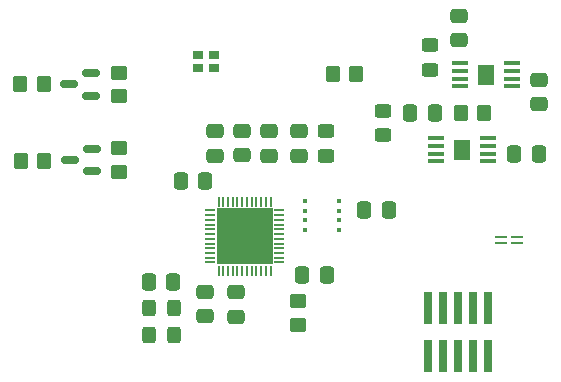
<source format=gbr>
%TF.GenerationSoftware,KiCad,Pcbnew,7.0.1*%
%TF.CreationDate,2023-11-14T13:07:04+01:00*%
%TF.ProjectId,Driver_detector,44726976-6572-45f6-9465-746563746f72,rev?*%
%TF.SameCoordinates,Original*%
%TF.FileFunction,Paste,Top*%
%TF.FilePolarity,Positive*%
%FSLAX46Y46*%
G04 Gerber Fmt 4.6, Leading zero omitted, Abs format (unit mm)*
G04 Created by KiCad (PCBNEW 7.0.1) date 2023-11-14 13:07:04*
%MOMM*%
%LPD*%
G01*
G04 APERTURE LIST*
G04 Aperture macros list*
%AMRoundRect*
0 Rectangle with rounded corners*
0 $1 Rounding radius*
0 $2 $3 $4 $5 $6 $7 $8 $9 X,Y pos of 4 corners*
0 Add a 4 corners polygon primitive as box body*
4,1,4,$2,$3,$4,$5,$6,$7,$8,$9,$2,$3,0*
0 Add four circle primitives for the rounded corners*
1,1,$1+$1,$2,$3*
1,1,$1+$1,$4,$5*
1,1,$1+$1,$6,$7*
1,1,$1+$1,$8,$9*
0 Add four rect primitives between the rounded corners*
20,1,$1+$1,$2,$3,$4,$5,0*
20,1,$1+$1,$4,$5,$6,$7,0*
20,1,$1+$1,$6,$7,$8,$9,0*
20,1,$1+$1,$8,$9,$2,$3,0*%
G04 Aperture macros list end*
%ADD10RoundRect,0.250000X0.337500X0.475000X-0.337500X0.475000X-0.337500X-0.475000X0.337500X-0.475000X0*%
%ADD11RoundRect,0.250000X0.350000X0.450000X-0.350000X0.450000X-0.350000X-0.450000X0.350000X-0.450000X0*%
%ADD12R,0.450000X0.400000*%
%ADD13RoundRect,0.250000X0.450000X-0.325000X0.450000X0.325000X-0.450000X0.325000X-0.450000X-0.325000X0*%
%ADD14RoundRect,0.250000X0.475000X-0.337500X0.475000X0.337500X-0.475000X0.337500X-0.475000X-0.337500X0*%
%ADD15RoundRect,0.250000X-0.475000X0.337500X-0.475000X-0.337500X0.475000X-0.337500X0.475000X0.337500X0*%
%ADD16RoundRect,0.250000X-0.337500X-0.475000X0.337500X-0.475000X0.337500X0.475000X-0.337500X0.475000X0*%
%ADD17RoundRect,0.250000X-0.350000X-0.450000X0.350000X-0.450000X0.350000X0.450000X-0.350000X0.450000X0*%
%ADD18R,1.400000X0.450000*%
%ADD19R,1.450000X1.750000*%
%ADD20RoundRect,0.250000X-0.325000X-0.450000X0.325000X-0.450000X0.325000X0.450000X-0.325000X0.450000X0*%
%ADD21R,0.900000X0.800000*%
%ADD22RoundRect,0.150000X0.587500X0.150000X-0.587500X0.150000X-0.587500X-0.150000X0.587500X-0.150000X0*%
%ADD23RoundRect,0.250000X0.450000X-0.350000X0.450000X0.350000X-0.450000X0.350000X-0.450000X-0.350000X0*%
%ADD24R,1.050000X0.250000*%
%ADD25RoundRect,0.250000X0.325000X0.450000X-0.325000X0.450000X-0.325000X-0.450000X0.325000X-0.450000X0*%
%ADD26R,0.200000X0.850000*%
%ADD27R,0.850000X0.200000*%
%ADD28R,4.700000X4.700000*%
%ADD29RoundRect,0.250000X-0.450000X0.325000X-0.450000X-0.325000X0.450000X-0.325000X0.450000X0.325000X0*%
%ADD30R,0.740000X2.790000*%
G04 APERTURE END LIST*
D10*
%TO.C,C5*%
X220262500Y-78550000D03*
X218187500Y-78550000D03*
%TD*%
D11*
%TO.C,R1*%
X235775000Y-60950000D03*
X233775000Y-60950000D03*
%TD*%
D12*
%TO.C,U1*%
X231471500Y-71698000D03*
X231471500Y-72498000D03*
X231471500Y-73298000D03*
X231471500Y-74098000D03*
X234321500Y-74098000D03*
X234321500Y-73298000D03*
X234321500Y-72498000D03*
X234321500Y-71698000D03*
%TD*%
D13*
%TO.C,L3*%
X233172000Y-67836000D03*
X233172000Y-65786000D03*
%TD*%
D14*
%TO.C,C10*%
X223774000Y-67839500D03*
X223774000Y-65764500D03*
%TD*%
D15*
%TO.C,C3*%
X222925000Y-79362500D03*
X222925000Y-81437500D03*
%TD*%
D16*
%TO.C,C18*%
X249162500Y-67675000D03*
X251237500Y-67675000D03*
%TD*%
D15*
%TO.C,C12*%
X228346000Y-65786000D03*
X228346000Y-67861000D03*
%TD*%
D17*
%TO.C,R8*%
X244600000Y-64200000D03*
X246600000Y-64200000D03*
%TD*%
D18*
%TO.C,IC4*%
X242488000Y-66376000D03*
X242488000Y-67026000D03*
X242488000Y-67676000D03*
X242488000Y-68326000D03*
X246888000Y-68326000D03*
X246888000Y-67676000D03*
X246888000Y-67026000D03*
X246888000Y-66376000D03*
D19*
X244688000Y-67351000D03*
%TD*%
D14*
%TO.C,C9*%
X230886000Y-67861000D03*
X230886000Y-65786000D03*
%TD*%
D20*
%TO.C,L2*%
X218250000Y-83000000D03*
X220300000Y-83000000D03*
%TD*%
D17*
%TO.C,R6*%
X207337500Y-61775000D03*
X209337500Y-61775000D03*
%TD*%
D21*
%TO.C,Y1*%
X223750000Y-59300000D03*
X222350000Y-59300000D03*
X222350000Y-60400000D03*
X223750000Y-60400000D03*
%TD*%
D17*
%TO.C,R4*%
X207362500Y-68250000D03*
X209362500Y-68250000D03*
%TD*%
D22*
%TO.C,Q2*%
X213350000Y-62750000D03*
X213350000Y-60850000D03*
X211475000Y-61800000D03*
%TD*%
D18*
%TO.C,IC3*%
X244520000Y-60025000D03*
X244520000Y-60675000D03*
X244520000Y-61325000D03*
X244520000Y-61975000D03*
X248920000Y-61975000D03*
X248920000Y-61325000D03*
X248920000Y-60675000D03*
X248920000Y-60025000D03*
D19*
X246720000Y-61000000D03*
%TD*%
D23*
%TO.C,R5*%
X215662500Y-62825000D03*
X215662500Y-60825000D03*
%TD*%
D15*
%TO.C,C11*%
X226060000Y-65743000D03*
X226060000Y-67818000D03*
%TD*%
D24*
%TO.C,IC5*%
X248050000Y-74750000D03*
X248050000Y-75250000D03*
X249350000Y-75250000D03*
X249350000Y-74750000D03*
%TD*%
D10*
%TO.C,C1*%
X238512500Y-72475000D03*
X236437500Y-72475000D03*
%TD*%
D25*
%TO.C,L1*%
X220300000Y-80775000D03*
X218250000Y-80775000D03*
%TD*%
D14*
%TO.C,C2*%
X225625000Y-81462500D03*
X225625000Y-79387500D03*
%TD*%
D23*
%TO.C,R3*%
X215687500Y-69200000D03*
X215687500Y-67200000D03*
%TD*%
D26*
%TO.C,IC2*%
X224114000Y-77626000D03*
X224514000Y-77626000D03*
X224914000Y-77626000D03*
X225314000Y-77626000D03*
X225714000Y-77626000D03*
X226114000Y-77626000D03*
X226514000Y-77626000D03*
X226914000Y-77626000D03*
X227314000Y-77626000D03*
X227714000Y-77626000D03*
X228114000Y-77626000D03*
X228514000Y-77626000D03*
D27*
X229264000Y-76876000D03*
X229264000Y-76476000D03*
X229264000Y-76076000D03*
X229264000Y-75676000D03*
X229264000Y-75276000D03*
X229264000Y-74876000D03*
X229264000Y-74476000D03*
X229264000Y-74076000D03*
X229264000Y-73676000D03*
X229264000Y-73276000D03*
X229264000Y-72876000D03*
X229264000Y-72476000D03*
D26*
X228514000Y-71726000D03*
X228114000Y-71726000D03*
X227714000Y-71726000D03*
X227314000Y-71726000D03*
X226914000Y-71726000D03*
X226514000Y-71726000D03*
X226114000Y-71726000D03*
X225714000Y-71726000D03*
X225314000Y-71726000D03*
X224914000Y-71726000D03*
X224514000Y-71726000D03*
X224114000Y-71726000D03*
D27*
X223364000Y-72476000D03*
X223364000Y-72876000D03*
X223364000Y-73276000D03*
X223364000Y-73676000D03*
X223364000Y-74076000D03*
X223364000Y-74476000D03*
X223364000Y-74876000D03*
X223364000Y-75276000D03*
X223364000Y-75676000D03*
X223364000Y-76076000D03*
X223364000Y-76476000D03*
X223364000Y-76876000D03*
D28*
X226314000Y-74676000D03*
%TD*%
D14*
%TO.C,C15*%
X244475000Y-58087500D03*
X244475000Y-56012500D03*
%TD*%
D23*
%TO.C,R2*%
X230850000Y-82175000D03*
X230850000Y-80175000D03*
%TD*%
D10*
%TO.C,C8*%
X222987500Y-70000000D03*
X220912500Y-70000000D03*
%TD*%
D16*
%TO.C,C17*%
X240337500Y-64250000D03*
X242412500Y-64250000D03*
%TD*%
D29*
%TO.C,L5*%
X242025000Y-58500000D03*
X242025000Y-60550000D03*
%TD*%
D15*
%TO.C,C16*%
X251250000Y-61412500D03*
X251250000Y-63487500D03*
%TD*%
D22*
%TO.C,Q1*%
X213387500Y-69175000D03*
X213387500Y-67275000D03*
X211512500Y-68225000D03*
%TD*%
D16*
%TO.C,C4*%
X231212500Y-77925000D03*
X233287500Y-77925000D03*
%TD*%
D29*
%TO.C,L6*%
X238075000Y-64075000D03*
X238075000Y-66125000D03*
%TD*%
D30*
%TO.C,Debug_in1*%
X241808000Y-84836000D03*
X241808000Y-80766000D03*
X243078000Y-84836000D03*
X243078000Y-80766000D03*
X244348000Y-84836000D03*
X244348000Y-80766000D03*
X245618000Y-84836000D03*
X245618000Y-80766000D03*
X246888000Y-84836000D03*
X246888000Y-80766000D03*
%TD*%
M02*

</source>
